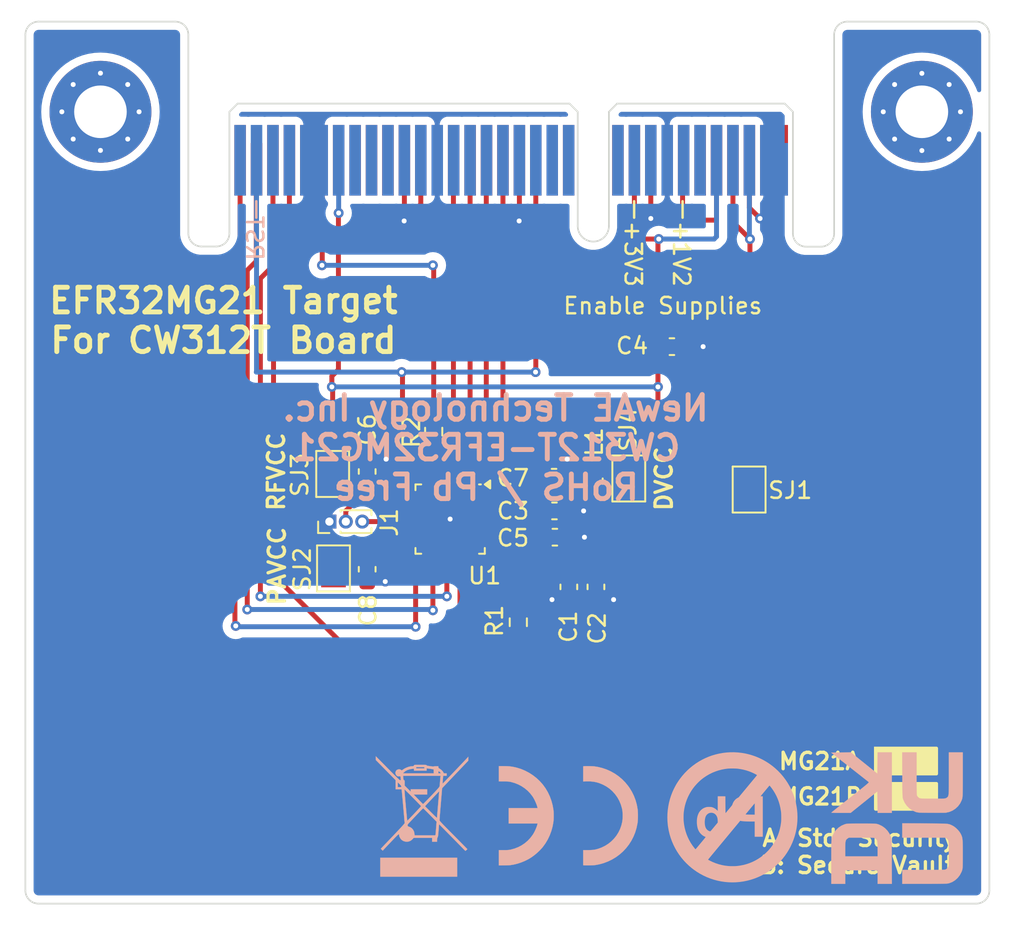
<source format=kicad_pcb>
(kicad_pcb (version 20240108) (generator "pcbnew") (generator_version "8.0")
  (layers (0 "F.Cu" signal) (31 "B.Cu" signal) (34 "B.Paste" user) (35 "F.Paste" user) (36 "B.SilkS" user "B.Silkscreen") (37 "F.SilkS" user "F.Silkscreen") (38 "B.Mask" user) (39 "F.Mask" user) (44 "Edge.Cuts" user))
  (net 0 "")
  (net 1 "GND")
  (net 2 "/SHUNTH")
  (net 3 "Net-(U1-AVDD)")
  (net 4 "+3V3")
  (net 5 "Net-(U1-DVDD)")
  (net 6 "Net-(U1-PAVDD)")
  (net 7 "Net-(U1-RF2G4_IO2)")
  (net 8 "Net-(U1-RF2G4_IO1)")
  (net 9 "/GPIO4")
  (net 12 "/SWDIO")
  (net 14 "/SHUNTL")
  (net 20 "/RST")
  (net 25 "/SWCLK")
  (net 30 "/FILT")
  (net 31 "Net-(P1-CLKOUT)")
  (net 33 "/GPIO2")
  (net 36 "Net-(P1-FILTIN)")
  (net 39 "/TDO")
  (net 45 "/GPIO1")
  (net 49 "/GPIO3")
  (net 53 "/TDI")
  (net 55 "/CLKIN")
  (footprint "Resistor_SMD:R_0603_1608Metric" (layer "F.Cu") (at 133 95.525 90)
    (property "Reference" "R1" (at 0.075 -1.45 90) (layer "F.SilkS"))
    (property "Value" "RES_22R_0603")
    (pad "1" smd roundrect (at -0.825 0 90) (size 0.8 0.95) (layers "F.Cu" "F.Paste" "F.Mask") (net 14 "/SHUNTL"))
    (pad "2" smd roundrect (at 0.825 0 90) (size 0.8 0.95) (layers "F.Cu" "F.Paste" "F.Mask") (net 2 "/SHUNTH"))
  )
  (footprint "Silkscrren_Symbols:UKCA-Logo_8x8mm_SilkScreen" (layer "F.Cu") (at 155.419899 107.450334)
    (property "Reference" "PCB3" (hide yes))
    (property "Value" "UKCA symbol" (hide yes))
  )
  (footprint "Capacitor_SMD:C_0603_1608Metric" (layer "F.Cu") (at 135.200005 88.750003 180)
    (property "Reference" "C3" (at 2.525005 0.000003 0) (layer "F.SilkS"))
    (property "Value" "CAP_100n_10V_0603")
    (pad "1" smd roundrect (at -0.775 0 180) (size 0.9 0.95) (layers "F.Cu" "F.Paste" "F.Mask") (net 1 "GND"))
    (pad "2" smd roundrect (at 0.775 0 180) (size 0.9 0.95) (layers "F.Cu" "F.Paste" "F.Mask") (net 3 "Net-(U1-AVDD)"))
  )
  (footprint "Capacitor_SMD:C_0603_1608Metric" (layer "F.Cu") (at 135.175002 86.7 180)
    (property "Reference" "C7" (at 2.500002 -0.05 0) (layer "F.SilkS"))
    (property "Value" "CAP_100n_10V_0603")
    (pad "1" smd roundrect (at -0.775 0 180) (size 0.9 0.95) (layers "F.Cu" "F.Paste" "F.Mask") (net 1 "GND"))
    (pad "2" smd roundrect (at 0.775 0 180) (size 0.9 0.95) (layers "F.Cu" "F.Paste" "F.Mask") (net 4 "+3V3"))
  )
  (footprint "Jumper:SolderJumper-2_P1.3mm_Bridged2Bar_Pad1.0x1.5mm" (layer "F.Cu") (at 121.75 92.25 -90)
    (property "Reference" "SJ2" (at 0.05 1.9 90) (layer "F.SilkS"))
    (property "Value" "~")
    (fp_poly (pts (xy -0.25 0.2) (xy 0.25 0.2) (xy 0.25 0.6) (xy -0.25 0.6)) (fill solid) (layer "F.Cu"))
    (fp_poly (pts (xy -0.25 -0.6) (xy 0.25 -0.6) (xy 0.25 -0.2) (xy -0.25 -0.2)) (fill solid) (layer "F.Cu"))
    (pad "1" smd rect (at -0.649999 0 270) (size 1 1.5) (layers "F.Cu" "F.Mask") (net 6 "Net-(U1-PAVDD)"))
    (pad "2" smd rect (at 0.649999 0 270) (size 1 1.5) (layers "F.Cu" "F.Mask") (net 4 "+3V3"))
  )
  (footprint "Capacitor_SMD:C_0603_1608Metric" (layer "F.Cu") (at 123.8 86.35 -90)
    (property "Reference" "C6" (at -2.55 0 90) (layer "F.SilkS"))
    (property "Value" "CAP_100n_10V_0603")
    (pad "1" smd roundrect (at -0.775 0 270) (size 0.9 0.95) (layers "F.Cu" "F.Paste" "F.Mask") (net 1 "GND"))
    (pad "2" smd roundrect (at 0.775 0 270) (size 0.9 0.95) (layers "F.Cu" "F.Paste" "F.Mask") (net 1 "GND"))
  )
  (footprint "Capacitor_SMD:C_0603_1608Metric" (layer "F.Cu") (at 123.8 92.3 90)
    (property "Reference" "C8" (at -2.5 0.05 90) (layer "F.SilkS"))
    (property "Value" "CAP_100n_10V_0603")
    (pad "1" smd roundrect (at -0.775 0 90) (size 0.9 0.95) (layers "F.Cu" "F.Paste" "F.Mask") (net 1 "GND"))
    (pad "2" smd roundrect (at 0.775 0 90) (size 0.9 0.95) (layers "F.Cu" "F.Paste" "F.Mask") (net 6 "Net-(U1-PAVDD)"))
  )
  (footprint "Silkscrren_Symbols:WEEE-Logo_5.6x8mm_SilkScreen" (layer "F.Cu") (at 126.059054 107.002245)
    (property "Reference" "PCB4" (hide yes))
    (property "Value" "WEEE SYMBOL" (hide yes))
  )
  (footprint "Connector_PinHeader_1.00mm:PinHeader_1x03_P1.00mm_Vertical" (layer "F.Cu") (at 121.499999 89.4 90)
    (property "Reference" "J1" (at -0.05 3.650001 90) (layer "F.SilkS"))
    (property "Value" "1x3 straight header pins")
    (pad "1" thru_hole rect (at 0 0 90) (size 0.85 0.85) (drill 0.5) (layers "*.Cu" "*.Mask") (net 1 "GND"))
    (pad "2" thru_hole oval (at 0 1 90) (size 0.85 0.85) (drill 0.5) (layers "*.Cu" "*.Mask") (net 7 "Net-(U1-RF2G4_IO2)"))
    (pad "3" thru_hole oval (at 0 2.000001 90) (size 0.85 0.85) (drill 0.5) (layers "*.Cu" "*.Mask") (net 8 "Net-(U1-RF2G4_IO1)"))
  )
  (footprint "Jumper:SolderJumper-2_P1.3mm_Bridged2Bar_Pad1.0x1.5mm" (layer "F.Cu") (at 147.05 87.450001 -90)
    (property "Reference" "SJ1" (at 0.049999 -2.5 0) (layer "F.SilkS"))
    (property "Value" "~")
    (fp_poly (pts (xy -0.25 0.2) (xy 0.25 0.2) (xy 0.25 0.6) (xy -0.25 0.6)) (fill solid) (layer "F.Cu"))
    (fp_poly (pts (xy -0.25 -0.6) (xy 0.25 -0.6) (xy 0.25 -0.2) (xy -0.25 -0.2)) (fill solid) (layer "F.Cu"))
    (pad "1" smd rect (at -0.649999 0 270) (size 1 1.5) (layers "F.Cu" "F.Mask") (net 30 "/FILT"))
    (pad "2" smd rect (at 0.649999 0 270) (size 1 1.5) (layers "F.Cu" "F.Mask") (net 2 "/SHUNTH"))
  )
  (footprint "Package_DFN_QFN:QFN-32-1EP_4x4mm_P0.4mm_EP2.9x2.9mm" (layer "F.Cu") (at 128.85 89.24636 -90)
    (property "Reference" "U1" (at 3.45364 -2.1 0) (layer "F.SilkS"))
    (property "Value" "EFR32MG21A020F1024IM32-BR")
    (pad "1" smd roundrect (at -2 -1.4 270) (size 0.7 0.2) (layers "F.Cu" "F.Paste" "F.Mask") (net 45 "/GPIO1"))
    (pad "2" smd roundrect (at -2 -1 270) (size 0.7 0.2) (layers "F.Cu" "F.Paste" "F.Mask") (net 33 "/GPIO2"))
    (pad "3" smd roundrect (at -2 -0.600001 270) (size 0.7 0.2) (layers "F.Cu" "F.Paste" "F.Mask") (net 49 "/GPIO3"))
    (pad "4" smd roundrect (at -2 -0.2 270) (size 0.7 0.2) (layers "F.Cu" "F.Paste" "F.Mask") (net 9 "/GPIO4"))
    (pad "5" smd roundrect (at -2 0.2 270) (size 0.7 0.2) (layers "F.Cu" "F.Paste" "F.Mask"))
    (pad "6" smd roundrect (at -2 0.600001 270) (size 0.7 0.2) (layers "F.Cu" "F.Paste" "F.Mask"))
    (pad "7" smd roundrect (at -2 1 270) (size 0.7 0.2) (layers "F.Cu" "F.Paste" "F.Mask") (net 55 "/CLKIN"))
    (pad "8" smd roundrect (at -2 1.4 270) (size 0.7 0.2) (layers "F.Cu" "F.Paste" "F.Mask"))
    (pad "9" smd roundrect (at -1.4 2 270) (size 0.2 0.7) (layers "F.Cu" "F.Paste" "F.Mask") (net 20 "/RST"))
    (pad "10" smd roundrect (at -1 2 270) (size 0.2 0.7) (layers "F.Cu" "F.Paste" "F.Mask") (net 1 "GND"))
    (pad "11" smd roundrect (at -0.600001 2 270) (size 0.2 0.7) (layers "F.Cu" "F.Paste" "F.Mask") (net 1 "GND"))
    (pad "12" smd roundrect (at -0.2 2 270) (size 0.2 0.7) (layers "F.Cu" "F.Paste" "F.Mask") (net 7 "Net-(U1-RF2G4_IO2)"))
    (pad "13" smd roundrect (at 0.2 2 270) (size 0.2 0.7) (layers "F.Cu" "F.Paste" "F.Mask") (net 8 "Net-(U1-RF2G4_IO1)"))
    (pad "14" smd roundrect (at 0.600001 2 270) (size 0.2 0.7) (layers "F.Cu" "F.Paste" "F.Mask") (net 6 "Net-(U1-PAVDD)"))
    (pad "15" smd roundrect (at 1 2 270) (size 0.2 0.7) (layers "F.Cu" "F.Paste" "F.Mask"))
    (pad "16" smd roundrect (at 1.4 2 270) (size 0.2 0.7) (layers "F.Cu" "F.Paste" "F.Mask"))
    (pad "17" smd roundrect (at 2 1.4 270) (size 0.7 0.2) (layers "F.Cu" "F.Paste" "F.Mask"))
    (pad "18" smd roundrect (at 2 1 270) (size 0.7 0.2) (layers "F.Cu" "F.Paste" "F.Mask") (net 25 "/SWCLK"))
    (pad "19" smd roundrect (at 2 0.600001 270) (size 0.7 0.2) (layers "F.Cu" "F.Paste" "F.Mask") (net 12 "/SWDIO"))
    (pad "20" smd roundrect (at 2 0.2 270) (size 0.7 0.2) (layers "F.Cu" "F.Paste" "F.Mask") (net 39 "/TDO"))
    (pad "21" smd roundrect (at 2 -0.2 270) (size 0.7 0.2) (layers "F.Cu" "F.Paste" "F.Mask") (net 53 "/TDI"))
    (pad "22" smd roundrect (at 2 -0.600001 270) (size 0.7 0.2) (layers "F.Cu" "F.Paste" "F.Mask"))
    (pad "23" smd roundrect (at 2 -1 270) (size 0.7 0.2) (layers "F.Cu" "F.Paste" "F.Mask"))
    (pad "24" smd roundrect (at 2 -1.4 270) (size 0.7 0.2) (layers "F.Cu" "F.Paste" "F.Mask") (net 14 "/SHUNTL"))
    (pad "25" smd roundrect (at 1.4 -2 270) (size 0.2 0.7) (layers "F.Cu" "F.Paste" "F.Mask") (net 5 "Net-(U1-DVDD)"))
    (pad "26" smd roundrect (at 1 -2 270) (size 0.2 0.7) (layers "F.Cu" "F.Paste" "F.Mask") (net 3 "Net-(U1-AVDD)"))
    (pad "27" smd roundrect (at 0.600001 -2 270) (size 0.2 0.7) (layers "F.Cu" "F.Paste" "F.Mask") (net 4 "+3V3"))
    (pad "28" smd roundrect (at 0.2 -2 270) (size 0.2 0.7) (layers "F.Cu" "F.Paste" "F.Mask"))
    (pad "29" smd roundrect (at -0.2 -2 270) (size 0.2 0.7) (layers "F.Cu" "F.Paste" "F.Mask"))
    (pad "30" smd roundrect (at -0.600001 -2 270) (size 0.2 0.7) (layers "F.Cu" "F.Paste" "F.Mask"))
    (pad "31" smd roundrect (at -1 -2 270) (size 0.2 0.7) (layers "F.Cu" "F.Paste" "F.Mask"))
    (pad "32" smd roundrect (at -1.4 -2 270) (size 0.2 0.7) (layers "F.Cu" "F.Paste" "F.Mask"))
    (pad "33" smd rect (at 0 0 270) (size 2.9 2.9) (property pad_prop_heatsink) (layers "F.Cu" "F.Mask") (net 1 "GND"))
  )
  (footprint "Jumper:SolderJumper-2_P1.3mm_Bridged2Bar_Pad1.0x1.5mm" (layer "F.Cu") (at 121.7 86.500001 90)
    (property "Reference" "SJ3" (at -0.049999 -2 90) (layer "F.SilkS"))
    (property "Value" "~")
    (fp_poly (pts (xy -0.25 -0.6) (xy 0.25 -0.6) (xy 0.25 -0.2) (xy -0.25 -0.2)) (fill solid) (layer "F.Cu"))
    (fp_poly (pts (xy -0.25 0.2) (xy 0.25 0.2) (xy 0.25 0.6) (xy -0.25 0.6)) (fill solid) (layer "F.Cu"))
    (pad "1" smd rect (at -0.649999 0 90) (size 1 1.5) (layers "F.Cu" "F.Mask") (net 1 "GND"))
    (pad "2" smd rect (at 0.649999 0 90) (size 1 1.5) (layers "F.Cu" "F.Mask") (net 4 "+3V3"))
  )
  (footprint "Capacitor_SMD:C_0603_1608Metric" (layer "F.Cu") (at 136.075 93.375 90)
    (property "Reference" "C1" (at -2.425 -0.025 90) (layer "F.SilkS"))
    (property "Value" "CAP_100n_10V_0603")
    (pad "1" smd roundrect (at -0.775 0 90) (size 0.9 0.95) (layers "F.Cu" "F.Paste" "F.Mask") (net 1 "GND"))
    (pad "2" smd roundrect (at 0.775 0 90) (size 0.9 0.95) (layers "F.Cu" "F.Paste" "F.Mask") (net 2 "/SHUNTH"))
  )
  (footprint "Inductor_SMD:L_0603_1608Metric" (layer "F.Cu") (at 137.625 86.937501 -90)
    (property "Reference" "L1" (at -2.387501 0 90) (layer "F.SilkS"))
    (property "Value" "IND_1K_0603")
    (pad "1" smd roundrect (at -0.787501 0 270) (size 0.875 0.95) (layers "F.Cu" "F.Paste" "F.Mask") (net 4 "+3V3"))
    (pad "2" smd roundrect (at 0.787501 0 270) (size 0.875 0.95) (layers "F.Cu" "F.Paste" "F.Mask") (net 3 "Net-(U1-AVDD)"))
  )
  (footprint "Jumper:SolderJumper-2_P1.3mm_Bridged2Bar_Pad1.0x1.5mm" (layer "F.Cu") (at 139.725 86.775003 90)
    (property "Reference" "SJ4" (at 2.975003 -0.05 90) (layer "F.SilkS"))
    (property "Value" "~")
    (fp_poly (pts (xy -0.25 -0.6) (xy 0.25 -0.6) (xy 0.25 -0.2) (xy -0.25 -0.2)) (fill solid) (layer "F.Cu"))
    (fp_poly (pts (xy -0.25 0.2) (xy 0.25 0.2) (xy 0.25 0.6) (xy -0.25 0.6)) (fill solid) (layer "F.Cu"))
    (pad "1" smd rect (at -0.649999 0 90) (size 1 1.5) (layers "F.Cu" "F.Mask") (net 5 "Net-(U1-DVDD)"))
    (pad "2" smd rect (at 0.649999 0 90) (size 1 1.5) (layers "F.Cu" "F.Mask") (net 4 "+3V3"))
  )
  (footprint "Silkscrren_Symbols:CE-Logo_8.5x6mm_SilkScreen" (layer "F.Cu") (at 136.05 107.3)
    (property "Reference" "PCB1" (hide yes))
    (property "Value" "CE Symbol" (hide yes))
  )
  (footprint "Capacitor_SMD:C_0603_1608Metric" (layer "F.Cu") (at 142.35 78.75 180)
    (property "Reference" "C4" (at 2.425 0.05 0) (layer "F.SilkS"))
    (property "Value" "CAP_2u2_10V_0603")
    (pad "1" smd roundrect (at -0.775 0 180) (size 0.9 0.95) (layers "F.Cu" "F.Paste" "F.Mask") (net 1 "GND"))
    (pad "2" smd roundrect (at 0.775 0 180) (size 0.9 0.95) (layers "F.Cu" "F.Paste" "F.Mask") (net 4 "+3V3"))
  )
  (footprint "Silkscrren_Symbols:Pb_Free_8.0x8.0mm_SilkScreen" (layer "F.Cu") (at 145.3 107.4)
    (property "Reference" "PCB2" (hide yes))
    (property "Value" "Pb_Free Symbol" (hide yes))
  )
  (footprint "Capacitor_SMD:C_0603_1608Metric" (layer "F.Cu") (at 135.225 90.35 180)
    (property "Reference" "C5" (at 2.55 -0.05 0) (layer "F.SilkS"))
    (property "Value" "CAP_100n_10V_0603")
    (pad "1" smd roundrect (at -0.775 0 180) (size 0.9 0.95) (layers "F.Cu" "F.Paste" "F.Mask") (net 1 "GND"))
    (pad "2" smd roundrect (at 0.775 0 180) (size 0.9 0.95) (layers "F.Cu" "F.Paste" "F.Mask") (net 5 "Net-(U1-DVDD)"))
  )
  (footprint "tutorial_2_library:CW312_Template" (layer "F.Cu") (at 107.565 64.455)
    (property "Reference" "P1" (hide yes))
    (property "Value" "PCIEx4 EDGE CONNECTOR")
    (fp_line (start -4.57 -4.69) (end -4.57 47.4) (stroke (width 0.1)) (layer "Edge.Cuts"))
    (fp_line (start 4.55 -5.49) (end -3.77 -5.49) (stroke (width 0.1)) (layer "Edge.Cuts"))
    (fp_line (start 5.35 7.4) (end 5.35 -4.69) (stroke (width 0.1)) (layer "Edge.Cuts"))
    (fp_line (start 7.05 8.2) (end 6.15 8.2) (stroke (width 0.1)) (layer "Edge.Cuts"))
    (fp_line (start 7.85 0) (end 8.35 -0.5) (stroke (width 0.1)) (layer "Edge.Cuts"))
    (fp_line (start 7.85 7.4) (end 7.85 0) (stroke (width 0.1)) (layer "Edge.Cuts"))
    (fp_line (start 28.55 -0.5) (end 8.35 -0.5) (stroke (width 0.1)) (layer "Edge.Cuts"))
    (fp_line (start 29.05 0) (end 28.55 -0.5) (stroke (width 0.1)) (layer "Edge.Cuts"))
    (fp_line (start 29.05 6.95) (end 29.05 0) (stroke (width 0.1)) (layer "Edge.Cuts"))
    (fp_line (start 30.95 0) (end 31.45 -0.5) (stroke (width 0.1)) (layer "Edge.Cuts"))
    (fp_line (start 30.95 6.95) (end 30.95 0) (stroke (width 0.1)) (layer "Edge.Cuts"))
    (fp_line (start 41.65 -0.5) (end 31.45 -0.5) (stroke (width 0.1)) (layer "Edge.Cuts"))
    (fp_line (start 42.15 0) (end 41.65 -0.5) (stroke (width 0.1)) (layer "Edge.Cuts"))
    (fp_line (start 42.15 7.41) (end 42.15 0) (stroke (width 0.1)) (layer "Edge.Cuts"))
    (fp_line (start 42.95 8.21) (end 43.86 8.21) (stroke (width 0.1)) (layer "Edge.Cuts"))
    (fp_line (start 44.66 7.41) (end 44.66 -4.69) (stroke (width 0.1)) (layer "Edge.Cuts"))
    (fp_line (start 45.46 -5.49) (end 53.31 -5.49) (stroke (width 0.1)) (layer "Edge.Cuts"))
    (fp_line (start 53.31 48.2) (end -3.77 48.2) (stroke (width 0.1)) (layer "Edge.Cuts"))
    (fp_line (start 54.11 -4.69) (end 54.11 47.4) (stroke (width 0.1)) (layer "Edge.Cuts"))
    (fp_arc (start -4.57 -4.69) (mid -4.335685 -5.255685) (end -3.77 -5.49) (stroke (width 0.1)) (layer "Edge.Cuts"))
    (fp_arc (start -3.77 48.2) (mid -4.335685 47.965685) (end -4.57 47.4) (stroke (width 0.1)) (layer "Edge.Cuts"))
    (fp_arc (start 4.55 -5.49) (mid 5.115685 -5.255685) (end 5.35 -4.69) (stroke (width 0.1)) (layer "Edge.Cuts"))
    (fp_arc (start 6.15 8.2) (mid 5.584315 7.965685) (end 5.35 7.4) (stroke (width 0.1)) (layer "Edge.Cuts"))
    (fp_arc (start 7.85 7.4) (mid 7.615685 7.965685) (end 7.05 8.2) (stroke (width 0.1)) (layer "Edge.Cuts"))
    (fp_arc (start 30.95 6.95) (mid 30 7.9) (end 29.05 6.95) (stroke (width 0.1)) (layer "Edge.Cuts"))
    (fp_arc (start 42.95 8.21) (mid 42.384315 7.975685) (end 42.15 7.41) (stroke (width 0.1)) (layer "Edge.Cuts"))
    (fp_arc (start 44.66 -4.69) (mid 44.894315 -5.255685) (end 45.46 -5.49) (stroke (width 0.1)) (layer "Edge.Cuts"))
    (fp_arc (start 44.66 7.41) (mid 44.425685 7.975685) (end 43.86 8.21) (stroke (width 0.1)) (layer "Edge.Cuts"))
    (fp_arc (start 53.31 -5.49) (mid 53.875685 -5.255685) (end 54.11 -4.69) (stroke (width 0.1)) (layer "Edge.Cuts"))
    (fp_arc (start 54.11 47.4) (mid 53.875685 47.965685) (end 53.31 48.2) (stroke (width 0.1)) (layer "Edge.Cuts"))
    (pad "A1" connect rect (at 41.5 3.5 180) (size 0.7 3.2) (layers "B.Cu" "B.Mask") (net 1 "GND"))
    (pad "A2" connect rect (at 40.5 2.95 180) (size 0.7 4.3) (layers "B.Cu" "B.Mask") (net 1 "GND"))
    (pad "A3" connect rect (at 39.5 2.95 180) (size 0.7 4.3) (layers "B.Cu" "B.Mask") (net 30 "/FILT"))
    (pad "A4" connect rect (at 38.5 2.95 180) (size 0.7 4.3) (layers "B.Cu" "B.Mask"))
    (pad "A5" connect rect (at 37.5 2.95 180) (size 0.7 4.3) (layers "B.Cu" "B.Mask") (net 4 "+3V3"))
    (pad "A6" connect rect (at 36.5 2.95 180) (size 0.7 4.3) (layers "B.Cu" "B.Mask"))
    (pad "A7" connect rect (at 35.5 2.95 180) (size 0.7 4.3) (layers "B.Cu" "B.Mask"))
    (pad "A8" connect rect (at 34.5 2.95 180) (size 0.7 4.3) (layers "B.Cu" "B.Mask") (net 1 "GND"))
    (pad "A9" connect rect (at 33.5 2.95 180) (size 0.7 4.3) (layers "B.Cu" "B.Mask"))
    (pad "A10" connect rect (at 32.5 2.95 180) (size 0.7 4.3) (layers "B.Cu" "B.Mask"))
    (pad "A11" connect rect (at 31.5 2.95 180) (size 0.7 4.3) (layers "B.Cu" "B.Mask"))
    (pad "A12" connect rect (at 28.5 2.95 180) (size 0.7 4.3) (layers "B.Cu" "B.Mask"))
    (pad "A13" connect rect (at 27.5 2.95 180) (size 0.7 4.3) (layers "B.Cu" "B.Mask"))
    (pad "A14" connect rect (at 26.5 2.95 180) (size 0.7 4.3) (layers "B.Cu" "B.Mask"))
    (pad "A15" connect rect (at 25.5 2.95 180) (size 0.7 4.3) (layers "B.Cu" "B.Mask"))
    (pad "A16" connect rect (at 24.5 2.95 180) (size 0.7 4.3) (layers "B.Cu" "B.Mask"))
    (pad "A17" connect rect (at 23.5 2.95 180) (size 0.7 4.3) (layers "B.Cu" "B.Mask"))
    (pad "A18" connect rect (at 22.5 2.95 180) (size 0.7 4.3) (layers "B.Cu" "B.Mask"))
    (pad "A19" connect rect (at 21.5 2.95 180) (size 0.7 4.3) (layers "B.Cu" "B.Mask"))
    (pad "A20" connect rect (at 20.5 2.95 180) (size 0.7 4.3) (layers "B.Cu" "B.Mask") (net 1 "GND"))
    (pad "A21" connect rect (at 19.5 2.95 180) (size 0.7 4.3) (layers "B.Cu" "B.Mask"))
    (pad "A22" connect rect (at 18.5 2.95 180) (size 0.7 4.3) (layers "B.Cu" "B.Mask"))
    (pad "A23" connect rect (at 17.5 2.95 180) (size 0.7 4.3) (layers "B.Cu" "B.Mask"))
    (pad "A24" connect rect (at 16.5 2.95 180) (size 0.7 4.3) (layers "B.Cu" "B.Mask"))
    (pad "A25" connect rect (at 15.5 2.95 180) (size 0.7 4.3) (layers "B.Cu" "B.Mask"))
    (pad "A26" connect rect (at 14.5 2.95 180) (size 0.7 4.3) (layers "B.Cu" "B.Mask") (net 4 "+3V3"))
    (pad "A27" connect rect (at 13.5 2.95 180) (size 0.7 4.3) (layers "B.Cu" "B.Mask") (net 1 "GND"))
    (pad "A28" connect rect (at 12.5 2.95 180) (size 0.7 4.3) (layers "B.Cu" "B.Mask") (net 1 "GND"))
    (pad "A29" connect rect (at 11.5 2.95 180) (size 0.7 4.3) (layers "B.Cu" "B.Mask"))
    (pad "A30" connect rect (at 10.5 2.95 180) (size 0.7 4.3) (layers "B.Cu" "B.Mask"))
    (pad "A31" connect rect (at 9.5 2.95 180) (size 0.7 4.3) (layers "B.Cu" "B.Mask") (net 20 "/RST"))
    (pad "A32" connect rect (at 8.5 2.95 180) (size 0.7 4.3) (layers "B.Cu" "B.Mask"))
    (pad "B1" connect rect (at 41.5 2.95 180) (size 0.7 4.3) (layers "F.Cu" "F.Mask") (net 14 "/SHUNTL"))
    (pad "B2" connect rect (at 40.5 2.95 180) (size 0.7 4.3) (layers "F.Cu" "F.Mask") (net 2 "/SHUNTH"))
    (pad "B3" connect rect (at 39.5 2.95 180) (size 0.7 4.3) (layers "F.Cu" "F.Mask") (net 1 "GND"))
    (pad "B4" connect rect (at 38.5 2.95 180) (size 0.7 4.3) (layers "F.Cu" "F.Mask") (net 30 "/FILT"))
    (pad "B5" connect rect (at 37.5 2.95 180) (size 0.7 4.3) (layers "F.Cu" "F.Mask") (net 36 "Net-(P1-FILTIN)"))
    (pad "B6" connect rect (at 36.5 2.95 180) (size 0.7 4.3) (layers "F.Cu" "F.Mask"))
    (pad "B7" connect rect (at 35.5 2.95 180) (size 0.7 4.3) (layers "F.Cu" "F.Mask") (net 36 "Net-(P1-FILTIN)"))
    (pad "B8" connect rect (at 34.5 2.95 180) (size 0.7 4.3) (layers "F.Cu" "F.Mask"))
    (pad "B9" connect rect (at 33.5 2.95 180) (size 0.7 4.3) (layers "F.Cu" "F.Mask") (net 1 "GND"))
    (pad "B10" connect rect (at 32.5 2.95 180) (size 0.7 4.3) (layers "F.Cu" "F.Mask") (net 4 "+3V3"))
    (pad "B11" connect rect (at 31.5 2.95 180) (size 0.7 4.3) (layers "F.Cu" "F.Mask"))
    (pad "B12" connect rect (at 28.5 2.95 180) (size 0.7 4.3) (layers "F.Cu" "F.Mask"))
    (pad "B13" connect rect (at 27.5 2.95 180) (size 0.7 4.3) (layers "F.Cu" "F.Mask"))
    (pad "B14" connect rect (at 26.5 2.95 180) (size 0.7 4.3) (layers "F.Cu" "F.Mask") (net 20 "/RST"))
    (pad "B15" connect rect (at 25.5 2.95 180) (size 0.7 4.3) (layers "F.Cu" "F.Mask") (net 1 "GND"))
    (pad "B16" connect rect (at 24.5 2.95 180) (size 0.7 4.3) (layers "F.Cu" "F.Mask") (net 45 "/GPIO1"))
    (pad "B17" connect rect (at 23.5 2.95 180) (size 0.7 4.3) (layers "F.Cu" "F.Mask") (net 33 "/GPIO2"))
    (pad "B18" connect rect (at 22.5 2.95 180) (size 0.7 4.3) (layers "F.Cu" "F.Mask") (net 49 "/GPIO3"))
    (pad "B19" connect rect (at 21.5 2.95 180) (size 0.7 4.3) (layers "F.Cu" "F.Mask") (net 9 "/GPIO4"))
    (pad "B20" connect rect (at 20.5 2.95 180) (size 0.7 4.3) (layers "F.Cu" "F.Mask"))
    (pad "B21" connect rect (at 19.5 2.95 180) (size 0.7 4.3) (layers "F.Cu" "F.Mask") (net 1 "GND"))
    (pad "B22" connect rect (at 18.5 2.95 180) (size 0.7 4.3) (layers "F.Cu" "F.Mask") (net 1 "GND"))
    (pad "B23" connect rect (at 17.5 2.95 180) (size 0.7 4.3) (layers "F.Cu" "F.Mask"))
    (pad "B24" connect rect (at 16.5 2.95 180) (size 0.7 4.3) (layers "F.Cu" "F.Mask"))
    (pad "B25" connect rect (at 15.5 2.95 180) (size 0.7 4.3) (layers "F.Cu" "F.Mask"))
    (pad "B26" connect rect (at 14.5 2.95 180) (size 0.7 4.3) (layers "F.Cu" "F.Mask"))
    (pad "B27" connect rect (at 13.5 2.95 180) (size 0.7 4.3) (layers "F.Cu" "F.Mask") (net 31 "Net-(P1-CLKOUT)"))
    (pad "B28" connect rect (at 12.5 2.95 180) (size 0.7 4.3) (layers "F.Cu" "F.Mask"))
    (pad "B29" connect rect (at 11.5 2.95 180) (size 0.7 4.3) (layers "F.Cu" "F.Mask") (net 53 "/TDI"))
    (pad "B30" connect rect (at 10.5 2.95 180) (size 0.7 4.3) (layers "F.Cu" "F.Mask") (net 39 "/TDO"))
    (pad "B31" connect rect (at 9.5 3.5 180) (size 0.7 3.2) (layers "F.Cu" "F.Mask") (net 12 "/SWDIO"))
    (pad "B32" connect rect (at 8.5 2.95 180) (size 0.7 4.3) (layers "F.Cu" "F.Mask") (net 25 "/SWCLK"))
    (pad "MH" thru_hole circle (at -2.35 0) (size 1 1) (drill 0.3) (layers "*.Cu" "*.Mask"))
    (pad "MH" thru_hole circle (at -1.66 -1.66) (size 1 1) (drill 0.3) (layers "*.Cu" "*.Mask"))
    (pad "MH" thru_hole circle (at -1.66 1.66) (size 1 1) (drill 0.3) (layers "*.Cu" "*.Mask"))
    (pad "MH" thru_hole circle (at 0 -2.35) (size 1 1) (drill 0.3) (layers "*.Cu" "*.Mask"))
    (pad "MH" thru_hole circle (at 0 0) (size 6.2 6.2) (drill 3.2) (layers "*.Cu" "*.Mask"))
    (pad "MH" thru_hole circle (at 0 2.35) (size 1 1) (drill 0.3) (layers "*.Cu" "*.Mask"))
    (pad "MH" thru_hole circle (at 1.66 -1.66) (size 1 1) (drill 0.3) (layers "*.Cu" "*.Mask"))
    (pad "MH" thru_hole circle (at 1.66 1.66) (size 1 1) (drill 0.3) (layers "*.Cu" "*.Mask"))
    (pad "MH" thru_hole circle (at 2.35 0) (size 1 1) (drill 0.3) (layers "*.Cu" "*.Mask"))
    (pad "MH" thru_hole circle (at 47.65 0) (size 1 1) (drill 0.3) (layers "*.Cu" "*.Mask"))
    (pad "MH" thru_hole circle (at 48.34 -1.66) (size 1 1) (drill 0.3) (layers "*.Cu" "*.Mask"))
    (pad "MH" thru_hole circle (at 48.34 1.66) (size 1 1) (drill 0.3) (layers "*.Cu" "*.Mask"))
    (pad "MH" thru_hole circle (at 50 -2.34) (size 1 1) (drill 0.3) (layers "*.Cu" "*.Mask"))
    (pad "MH" thru_hole circle (at 50 0) (size 6.2 6.2) (drill 3.2) (layers "*.Cu" "*.Mask"))
    (pad "MH" thru_hole circle (at 50 2.36) (size 1 1) (drill 0.3) (layers "*.Cu" "*.Mask"))
    (pad "MH" thru_hole circle (at 51.66 -1.66) (size 1 1) (drill 0.3) (layers "*.Cu" "*.Mask"))
    (pad "MH" thru_hole circle (at 51.66 1.66) (size 1 1) (drill 0.3) (layers "*.Cu" "*.Mask"))
    (pad "MH" thru_hole circle (at 52.35 0) (size 1 1) (drill 0.3) (layers "*.Cu" "*.Mask"))
  )
  (footprint "Capacitor_SMD:C_0603_1608Metric" (layer "F.Cu") (at 137.725 93.375 90)
    (property "Reference" "C2" (at -2.525 0.075 90) (layer "F.SilkS"))
    (property "Value" "CAP_2u2_10V_0603")
    (pad "1" smd roundrect (at -0.775 0 90) (size 0.9 0.95) (layers "F.Cu" "F.Paste" "F.Mask") (net 1 "GND"))
    (pad "2" smd roundrect (at 0.775 0 90) (size 0.9 0.95) (layers "F.Cu" "F.Paste" "F.Mask") (net 2 "/SHUNTH"))
  )
  (footprint "Resistor_SMD:R_0603_1608Metric" (layer "F.Cu") (at 127.85 83.925 -90)
    (property "Reference" "R2" (at 0.025 1.35 90) (layer "F.SilkS"))
    (property "Value" "RES_22R_0603")
    (pad "1" smd roundrect (at -0.825 0 270) (size 0.8 0.95) (layers "F.Cu" "F.Paste" "F.Mask") (net 31 "Net-(P1-CLKOUT)"))
    (pad "2" smd roundrect (at 0.825 0 270) (size 0.8 0.95) (layers "F.Cu" "F.Paste" "F.Mask") (net 55 "/CLKIN"))
  )
  (gr_line (start 117.05 69.9) (end 117.05 70.9) (stroke (width 0.15)) (layer "B.SilkS"))
  (gr_rect (start 154.75 103.2) (end 158.45 104.75) (stroke (width 0.2)) (fill solid) (layer "F.SilkS"))
  (gr_line (start 143 69.9) (end 143 70.9) (stroke (width 0.15)) (layer "F.SilkS"))
  (gr_rect (start 154.75 105.35) (end 158.45 106.9) (stroke (width 0.2)) (fill solid) (layer "F.SilkS"))
  (gr_line (start 140.05 69.9) (end 140.05 70.9) (stroke (width 0.15)) (layer "F.SilkS"))
  (gr_text "NewAE Technology Inc. \nCW312T-EFR32MG21\nRoHS / Pb Free" (at 131.05 88.2 0) (layer "B.SilkS") (effects (font (size 1.5 1.5) (thickness 0.3) (bold yes)) (justify bottom mirror)))
  (gr_text "RST" (at 116.35 73.6 -90) (layer "B.SilkS") (effects (font (size 1 1)) (justify left bottom mirror)))
  (gr_text "B: Secure Vault" (at 147.6 110.9 0) (layer "F.SilkS") (effects (font (size 1 1) (thickness 0.2) (bold yes)) (justify left bottom)))
  (gr_text "MG21A" (at 148.75 104.575 0) (layer "F.SilkS") (effects (font (size 1 1) (thickness 0.2) (bold yes)) (justify left bottom)))
  (gr_text "Enable Supplies" (at 135.65 76.85 0) (layer "F.SilkS") (effects (font (size 1 1)) (justify left bottom)))
  (gr_text "DVCC" (at 142.45 88.85 90) (layer "F.SilkS") (effects (font (size 1 1) (thickness 0.2) (bold yes)) (justify left bottom)))
  (gr_text "EFR32MG21 Target\nFor CW312T Board" (at 115.05 79.25 0) (layer "F.SilkS") (effects (font (size 1.5 1.5) (thickness 0.3) (bold yes)) (justify bottom)))
  (gr_text "PAVCC" (at 118.9 94.6 90) (layer "F.SilkS") (effects (font (size 1 1) (thickness 0.2) (bold yes)) (justify left bottom)))
  (gr_text "MG21B" (at 148.75 106.725 0) (layer "F.SilkS") (effects (font (size 1 1) (thickness 0.2) (bold yes)) (justify left bottom)))
  (gr_text "RFVCC" (at 118.85 88.85 90) (layer "F.SilkS") (effects (font (size 1 1) (thickness 0.2) (bold yes)) (justify left bottom)))
  (gr_text "+3V3" (at 139.4 71 270) (layer "F.SilkS") (effects (font (size 1 1)) (justify left bottom)))
  (gr_text "+1V2" (at 142.35 71 270) (layer "F.SilkS") (effects (font (size 1 1)) (justify left bottom)))
  (gr_text "A: Std. Security" (at 147.75 109.25 0) (layer "F.SilkS") (effects (font (size 1 1) (thickness 0.2) (bold yes)) (justify left bottom)))
  (segment (start 123.8 87.125) (end 122.075 87.125) (width 0.3) (layer "F.Cu") (net 1))
  (segment (start 135.975005 88.750003) (end 136.974997 88.750003) (width 0.3) (layer "F.Cu") (net 1))
  (segment (start 126.065 71.085) (end 126.05 71.1) (width 0.2) (layer "F.Cu") (net 1))
  (segment (start 135.950002 86.7) (end 135.950002 85.624998) (width 0.3) (layer "F.Cu") (net 1))
  (segment (start 125.65 88.3) (end 125.615686 88.3) (width 0.2) (layer "F.Cu") (net 1))
  (segment (start 123.8 85.575) (end 124.925 85.575) (width 0.3) (layer "F.Cu") (net 1))
  (segment (start 147.065 67.405) (end 147.065 70.3) (width 0.3) (layer "F.Cu") (net 1))
  (segment (start 125.962045 88.646359) (end 126.85 88.646359) (width 0.2) (layer "F.Cu") (net 1))
  (segment (start 124.875 93.075) (end 124.9 93.05) (width 0.2) (layer "F.Cu") (net 1))
  (segment (start 147.065 70.3) (end 147.715 70.95) (width 0.3) (layer "F.Cu") (net 1))
  (segment (start 126.85 88.24636) (end 125.669326 88.24636) (width 0.2) (layer "F.Cu") (net 1))
  (segment (start 133.065 67.405) (end 133.065 71.085) (width 0.3) (layer "F.Cu") (net 1))
  (segment (start 123.8 93.075) (end 124.875 93.075) (width 0.3) (layer "F.Cu") (net 1))
  (segment (start 143.15 78.75) (end 144.25 78.75) (width 0.3) (layer "F.Cu") (net 1))
  (segment (start 136 90.35) (end 137.025 90.35) (width 0.3) (layer "F.Cu") (net 1))
  (segment (start 128.249999 88.646359) (end 128.85 89.24636) (width 0.2) (layer "F.Cu") (net 1))
  (segment (start 136.974997 88.750003) (end 136.975 88.75) (width 0.2) (layer "F.Cu") (net 1))
  (segment (start 126.065 67.405) (end 126.065 71.085) (width 0.3) (layer "F.Cu") (net 1))
  (segment (start 135.950002 85.624998) (end 135.975 85.6) (width 0.3) (layer "F.Cu") (net 1))
  (segment (start 126.85 88.646359) (end 128.249999 88.646359) (width 0.2) (layer "F.Cu") (net 1))
  (segment (start 124.440686 87.125) (end 123.8 87.125) (width 0.3) (layer "F.Cu") (net 1))
  (segment (start 136.075 94.15) (end 135.05 94.15) (width 0.3) (layer "F.Cu") (net 1))
  (segment (start 124.925 85.575) (end 124.95 85.6) (width 0.2) (layer "F.Cu") (net 1))
  (segment (start 125.615686 88.3) (end 125.962045 88.646359) (width 0.2) (layer "F.Cu") (net 1))
  (segment (start 127.065 67.405) (end 127.065 70.085) (width 0.3) (layer "F.Cu") (net 1))
  (segment (start 125.615686 88.3) (end 124.440686 87.125) (width 0.3) (layer "F.Cu") (net 1))
  (segment (start 122.075 87.125) (end 121.75 86.8) (width 0.3) (layer "F.Cu") (net 1))
  (segment (start 133.065 71.085) (end 133.05 71.1) (width 0.2) (layer "F.Cu") (net 1))
  (segment (start 141.065 67.405) (end 141.065 70.95) (width 0.3) (layer "F.Cu") (net 1))
  (segment (start 137.725 94.15) (end 138.8 94.15) (width 0.3) (layer "F.Cu") (net 1))
  (segment (start 125.669326 88.24636) (end 125.615686 88.3) (width 0.2) (layer "F.Cu") (net 1))
  (segment (start 127.065 70.085) (end 126.05 71.1) (width 0.3) (layer "F.Cu") (net 1))
  (via (at 147.715 70.95) (size 0.6) (drill 0.3) (layers "F.Cu" "B.Cu") (net 1))
  (via (at 141.065 70.95) (size 0.6) (drill 0.3) (layers "F.Cu" "B.Cu") (net 1))
  (via (at 124.95 85.6) (size 0.6) (drill 0.3) (layers "F.Cu" "B.Cu") (net 1))
  (via (at 133.05 71.1) (size 0.6) (drill 0.3) (layers "F.Cu" "B.Cu") (net 1))
  (via (at 137.025 90.35) (size 0.6) (drill 0.3) (layers "F.Cu" "B.Cu") (net 1))
  (via (at 124.9 93.05) (size 0.6) (drill 0.3) (layers "F.Cu" "B.Cu") (net 1))
  (via (at 135.05 94.15) (size 0.6) (drill 0.3) (layers "F.Cu" "B.Cu") (net 1))
  (via (at 138.8 94.15) (size 0.6) (drill 0.3) (layers "F.Cu" "B.Cu") (net 1))
  (via (at 136.975 88.75) (size 0.6) (drill 0.3) (layers "F.Cu" "B.Cu") (net 1))
  (via (at 126.05 71.1) (size 0.6) (drill 0.3) (layers "F.Cu" "B.Cu") (net 1))
  (via (at 128.85 89.24636) (size 0.6) (drill 0.3) (layers "F.Cu" "B.Cu") (net 1))
  (via (at 135.975 85.6) (size 0.6) (drill 0.3) (layers "F.Cu" "B.Cu") (net 1))
  (via (at 144.25 78.75) (size 0.6) (drill 0.3) (layers "F.Cu" "B.Cu") (net 1))
  (segment (start 147.05 89.55) (end 144 92.6) (width 0.3) (layer "F.Cu") (net 2))
  (segment (start 133.4 95.3) (end 133 94.9) (width 0.2) (layer "F.Cu") (net 2))
  (segment (start 147.05 88.1) (end 147.05 89.55) (width 0.3) (layer "F.Cu") (net 2))
  (segment (start 143.584314 95.3) (end 133.4 95.3) (width 0.2) (layer "F.Cu") (net 2))
  (segment (start 133 94.9) (end 133 94.7) (width 0.2) (layer "F.Cu") (net 2))
  (segment (start 148.35 90.534314) (end 143.584314 95.3) (width 0.2) (layer "F.Cu") (net 2))
  (segment (start 135.975 92.5) (end 136.075 92.6) (width 0.3) (layer "F.Cu") (net 2))
  (segment (start 148.35 70.25) (end 148.35 90.534314) (width 0.2) (layer "F.Cu") (net 2))
  (segment (start 134.375 92.575) (end 136 92.575) (width 0.3) (layer "F.Cu") (net 2))
  (segment (start 147.050002 88.1) (end 147.05 88.1) (width 0.3) (layer "F.Cu") (net 2))
  (segment (start 133 94.7) (end 133 93.95) (width 0.3) (layer "F.Cu") (net 2))
  (segment (start 148.065 69.965) (end 148.35 70.25) (width 0.2) (layer "F.Cu") (net 2))
  (segment (start 144 92.6) (end 137.725 92.6) (width 0.3) (layer "F.Cu") (net 2))
  (segment (start 147.1 88.149998) (end 147.050002 88.1) (width 0.3) (layer "F.Cu") (net 2))
  (segment (start 148.065 67.405) (end 148.065 69.965) (width 0.2) (layer "F.Cu") (net 2))
  (segment (start 133 93.95) (end 134.375 92.575) (width 0.3) (layer "F.Cu") (net 2))
  (segment (start 137.725 92.6) (end 136.075 92.6) (width 0.3) (layer "F.Cu") (net 2))
  (segment (start 132.25 89.6) (end 133.099997 88.750003) (width 0.3) (layer "F.Cu") (net 3))
  (segment (start 134.425005 88.750003) (end 134.425005 88.149995) (width 0.3) (layer "F.Cu") (net 3))
  (segment (start 133.099997 88.750003) (end 134.425005 88.750003) (width 0.3) (layer "F.Cu") (net 3))
  (segment (start 132.25 89.6) (end 131.60364 90.24636) (width 0.2) (layer "F.Cu") (net 3))
  (segment (start 131.60364 90.24636) (end 130.85 90.24636) (width 0.2) (layer "F.Cu") (net 3))
  (segment (start 134.425005 88.149995) (end 134.849998 87.725002) (width 0.3) (layer "F.Cu") (net 3))
  (segment (start 134.849998 87.725002) (end 137.625 87.725002) (width 0.3) (layer "F.Cu") (net 3))
  (segment (start 137.625 84.8) (end 135.525 84.8) (width 0.3) (layer "F.Cu") (net 4))
  (segment (start 121.65 80.55) (end 121.65 81.2) (width 0.3) (layer "F.Cu") (net 4))
  (segment (start 118.75 86.95) (end 119.849998 85.850002) (width 0.3) (layer "F.Cu") (net 4))
  (segment (start 140.624996 86.125004) (end 139.725 86.125004) (width 0.3) (layer "F.Cu") (net 4))
  (segment (start 122.065 70.615) (end 122.05 70.63) (width 0.3) (layer "F.Cu") (net 4))
  (segment (start 141.5 85.25) (end 140.624996 86.125004) (width 0.3) (layer "F.Cu") (net 4))
  (segment (start 140.2 72.2) (end 140.065 72.065) (width 0.3) (layer "F.Cu") (net 4))
  (segment (start 131.9 89.15) (end 131.9 89.24272) (width 0.2) (layer "F.Cu") (net 4))
  (segment (start 134.400002 85.924998) (end 134.400002 86.7) (width 0.3) (layer "F.Cu") (net 4))
  (segment (start 141.55 72.2) (end 140.2 72.2) (width 0.3) (layer "F.Cu") (net 4))
  (segment (start 131.296359 89.846361) (end 130.85 89.846361) (width 0.2) (layer "F.Cu") (net 4))
  (segment (start 141.5 72.25) (end 141.55 72.2) (width 0.3) (layer "F.Cu") (net 4))
  (segment (start 122.05 70.63) (end 122.05 80.15) (width 0.3) (layer "F.Cu") (net 4))
  (segment (start 131.9 88) (end 133.2 86.7) (width 0.3) (layer "F.Cu") (net 4))
  (segment (start 141.5 81.2) (end 141.5 85.25) (width 0.3) (layer "F.Cu") (net 4))
  (segment (start 139.725 86.125004) (end 137.649996 86.125004) (width 0.3) (layer "F.Cu") (net 4))
  (segment (start 121.7 81.25) (end 121.7 85.850002) (width 0.3) (layer "F.Cu") (net 4))
  (segment (start 137.649996 86.125004) (end 137.625 86.15) (width 0.2) (layer "F.Cu") (net 4))
  (segment (start 141.5 81.2) (end 141.5 72.25) (width 0.3) (layer "F.Cu") (net 4))
  (segment (start 120.199999 92.899999) (end 118.75 91.45) (width 0.3) (layer "F.Cu") (net 4))
  (segment (start 122.05 80.15) (end 121.65 80.55) (width 0.3) (layer "F.Cu") (net 4))
  (segment (start 140.065 72.065) (end 140.065 67.405) (width 0.3) (layer "F.Cu") (net 4))
  (segment (start 137.625 86.15) (end 137.625 84.8) (width 0.3) (layer "F.Cu") (net 4))
  (segment (start 118.75 91.45) (end 118.75 86.95) (width 0.3) (layer "F.Cu") (net 4))
  (segment (start 135.525 84.8) (end 134.400002 85.924998) (width 0.3) (layer "F.Cu") (net 4))
  (segment (start 133.2 86.7) (end 134.400002 86.7) (width 0.3) (layer "F.Cu") (net 4))
  (segment (start 119.849998 85.850002) (end 121.7 85.850002) (width 0.3) (layer "F.Cu") (net 4))
  (segment (start 131.9 89.15) (end 131.9 88) (width 0.3) (layer "F.Cu") (net 4))
  (segment (start 121.75 92.899999) (end 120.199999 92.899999) (width 0.3) (layer "F.Cu") (net 4))
  (segment (start 121.65 81.2) (end 121.7 81.25) (width 0.3) (layer "F.Cu") (net 4))
  (segment (start 131.9 89.24272) (end 131.296359 89.846361) (width 0.2) (layer "F.Cu") (net 4))
  (via (at 141.55 72.2) (size 0.6) (drill 0.3) (layers "F.Cu" "B.Cu") (net 4))
  (via (at 121.65 81.2) (size 0.6) (drill 0.3) (layers "F.Cu" "B.Cu") (net 4))
  (via (at 122.065 70.615) (size 0.6) (drill 0.3) (layers "F.Cu" "B.Cu") (net 4))
  (via (at 141.5 81.2) (size 0.6) (drill 0.3) (layers "F.Cu" "B.Cu") (net 4))
  (segment (start 122.065 67.405) (end 122.065 70.615) (width 0.3) (layer "B.Cu") (net 4))
  (segment (start 145.065 72.05) (end 145.065 67.405) (width 0.3) (layer "B.Cu") (net 4))
  (segment (start 144.915 72.2) (end 145.065 72.05) (width 0.3) (layer "B.Cu") (net 4))
  (segment (start 121.65 81.2) (end 141.5 81.2) (width 0.3) (layer "B.Cu") (net 4))
  (segment (start 141.55 72.2) (end 144.915 72.2) (width 0.3) (layer "B.Cu") (net 4))
  (segment (start 137.525 91.45) (end 134.775 91.45) (width 0.3) (layer "F.Cu") (net 5))
  (segment (start 132.40364 90.64636) (end 130.85 90.64636) (width 0.2) (layer "F.Cu") (net 5))
  (segment (start 139.725 89.25) (end 137.525 91.45) (width 0.3) (layer "F.Cu") (net 5))
  (segment (start 132.40364 90.64636) (end 132.7 90.35) (width 0.3) (layer "F.Cu") (net 5))
  (segment (start 139.725 87.425002) (end 139.725 89.25) (width 0.3) (layer "F.Cu") (net 5))
  (segment (start 134.45 90.35) (end 134.4 90.3) (width 0.2) (layer "F.Cu") (net 5))
  (segment (start 134.45 90.35) (end 134.34636 90.24636) (width 0.2) (layer "F.Cu") (net 5))
  (segment (start 134.775 91.45) (end 134.45 91.125) (width 0.3) (layer "F.Cu") (net 5))
  (segment (start 132.7 90.35) (end 134.45 90.35) (width 0.3) (layer "F.Cu") (net 5))
  (segment (start 134.45 91.125) (end 134.45 90.35) (width 0.3) (layer "F.Cu") (net 5))
  (segment (start 126.103639 89.846361) (end 126.85 89.846361) (width 0.2) (layer "F.Cu") (net 6))
  (segment (start 121.825001 91.525) (end 121.75 91.600001) (width 0.3) (layer "F.Cu") (net 6))
  (segment (start 125.975 89.975) (end 126.103639 89.846361) (width 0.2) (layer "F.Cu") (net 6))
  (segment (start 124.425 91.525) (end 123.8 91.525) (width 0.3) (layer "F.Cu") (net 6))
  (segment (start 125.975 89.975) (end 124.425 91.525) (width 0.3) (layer "F.Cu") (net 6))
  (segment (start 123.8 91.525) (end 121.825001 91.525) (width 0.3) (layer "F.Cu") (net 6))
  (segment (start 122.499999 88.74896) (end 122.499999 89.35) (width 0.3) (layer "F.Cu") (net 7))
  (segment (start 125.59636 89.04636) (end 126.85 89.04636) (width 0.2) (layer "F.Cu") (net 7))
  (segment (start 122.998959 88.25) (end 122.499999 88.74896) (width 0.3) (layer "F.Cu") (net 7))
  (segment (start 125.1 88.55) (end 125.59636 89.04636) (width 0.2) (layer "F.Cu") (net 7))
  (segment (start 125.1 88.55) (end 124.8 88.25) (width 0.3) (layer "F.Cu") (net 7))
  (segment (start 124.8 88.25) (end 122.998959 88.25) (width 0.3) (layer "F.Cu") (net 7))
  (segment (start 124.94636 89.44636) (end 125.69636 89.44636) (width 0.2) (layer "F.Cu") (net 8))
  (segment (start 124.9 89.4) (end 124.94636 89.44636) (width 0.2) (layer "F.Cu") (net 8))
  (segment (start 125.70364 89.44636) (end 126.85 89.44636) (width 0.2) (layer "F.Cu") (net 8))
  (segment (start 123.5 89.4) (end 124.9 89.4) (width 0.3) (layer "F.Cu") (net 8))
  (segment (start 123.5 89.35) (end 123.59636 89.44636) (width 0.2) (layer "F.Cu") (net 8))
  (segment (start 129.065 67.405) (end 129.15 67.49) (width 0.2) (layer "F.Cu") (net 9))
  (segment (start 129.05 67.59) (end 129.05 85.65) (width 0.3) (layer "F.Cu") (net 9))
  (segment (start 129.05 87.24636) (end 129.05 85.8) (width 0.2) (layer "F.Cu") (net 9))
  (segment (start 129.15 67.49) (end 129.05 67.59) (width 0.3) (layer "F.Cu") (net 9))
  (segment (start 127.8 92.75) (end 127.8 92.563604) (width 0.2) (layer "F.Cu") (net 12))
  (segment (start 117.05 73.55) (end 117.05 67.97) (width 0.3) (layer "F.Cu") (net 12))
  (segment (start 117.05 67.97) (end 117.065 67.955) (width 0.3) (layer "F.Cu") (net 12))
  (segment (start 128.249999 92.113605) (end 128.249999 91.24636) (width 0.2) (layer "F.Cu") (net 12))
  (segment (start 127.8 92.563604) (end 128.249999 92.113605) (width 0.2) (layer "F.Cu") (net 12))
  (segment (start 116.5 74.1) (end 117.05 73.55) (width 0.3) (layer "F.Cu") (net 12))
  (segment (start 127.8 94.8) (end 127.8 92.75) (width 0.3) (layer "F.Cu") (net 12))
  (segment (start 116.5 94.75) (end 116.5 74.1) (width 0.3) (layer "F.Cu") (net 12))
  (via (at 116.5 94.75) (size 0.6) (drill 0.3) (layers "F.Cu" "B.Cu") (net 12))
  (via (at 127.8 94.8) (size 0.6) (drill 0.3) (layers "F.Cu" "B.Cu") (net 12))
  (segment (start 116.5 94.75) (end 127.75 94.75) (width 0.3) (layer "B.Cu") (net 12))
  (segment (start 127.75 94.75) (end 127.8 94.8) (width 0.3) (layer "B.Cu") (net 12))
  (segment (start 133 96.35) (end 133 96.1) (width 0.2) (layer "F.Cu") (net 14))
  (segment (start 143.75 95.7) (end 148.75 90.7) (width 0.2) (layer "F.Cu") (net 14))
  (segment (start 149.065 69.96) (end 149.065 67.405) (width 0.2) (layer "F.Cu") (net 14))
  (segment (start 133 96.1) (end 133.4 95.7) (width 0.2) (layer "F.Cu") (net 14))
  (segment (start 131.65 97.65) (end 133 97.65) (width 0.3) (layer "F.Cu") (net 14))
  (segment (start 148.75 90.7) (end 148.75 70.275) (width 0.2) (layer "F.Cu") (net 14))
  (segment (start 133 97.65) (end 133 96.35) (width 0.3) (layer "F.Cu") (net 14))
  (segment (start 130.25 91.24636) (end 130.25 92.39636) (width 0.2) (layer "F.Cu") (net 14))
  (segment (start 130.25 92.45) (end 130.25 96.25) (width 0.3) (layer "F.Cu") (net 14))
  (segment (start 148.75 70.275) (end 149.065 69.96) (width 0.2) (layer "F.Cu") (net 14))
  (segment (start 133.4 95.7) (end 143.75 95.7) (width 0.2) (layer "F.Cu") (net 14))
  (segment (start 130.25 96.25) (end 131.65 97.65) (width 0.3) (layer "F.Cu") (net 14))
  (segment (start 125.95 87.75) (end 125.95 80.35) (width 0.3) (layer "F.Cu") (net 20))
  (segment (start 126.85 87.84636) (end 126.04636 87.84636) (width 0.2) (layer "F.Cu") (net 20))
  (segment (start 134.05 80.3) (end 134.065 80.285) (width 0.2) (layer "F.Cu") (net 20))
  (segment (start 126.04636 87.84636) (end 125.95 87.75) (width 0.2) (layer "F.Cu") (net 20))
  (segment (start 125.95 80.35) (end 125.9 80.3) (width 0.2) (layer "F.Cu") (net 20))
  (segment (start 134.065 80.285) (end 134.065 67.405) (width 0.3) (layer "F.Cu") (net 20))
  (via (at 125.9 80.3) (size 0.6) (drill 0.3) (layers "F.Cu" "B.Cu") (net 20))
  (via (at 134.05 80.3) (size 0.6) (drill 0.3) (layers "F.Cu" "B.Cu") (net 20))
  (segment (start 125.9 80.3) (end 134.05 80.3) (width 0.3) (layer "B.Cu") (net 20))
  (segment (start 117.065 80.285) (end 117.05 80.3) (width 0.2) (layer "B.Cu") (net 20))
  (segment (start 117.05 80.3) (end 125.9 80.3) (width 0.3) (layer "B.Cu") (net 20))
  (segment (start 117.065 67.405) (end 117.065 80.285) (width 0.3) (layer "B.Cu") (net 20))
  (segment (start 126.75 95.8) (end 126.75 92.9) (width 0.3) (layer "F.Cu") (net 25))
  (segment (start 115.75 73.5) (end 116.065 73.185) (width 0.3) (layer "F.Cu") (net 25))
  (segment (start 116.065 73.185) (end 116.065 67.405) (width 0.3) (layer "F.Cu") (net 25))
  (segment (start 127.85 91.8) (end 127.85 91.24636) (width 0.2) (layer "F.Cu") (net 25))
  (segment (start 115.8 95.75) (end 115.75 95.7) (width 0.3) (layer "F.Cu") (net 25))
  (segment (start 126.75 92.9) (end 127.85 91.8) (width 0.2) (layer "F.Cu") (net 25))
  (segment (start 115.75 95.7) (end 115.75 73.5) (width 0.3) (layer "F.Cu") (net 25))
  (via (at 126.75 95.8) (size 0.6) (drill 0.3) (layers "F.Cu" "B.Cu") (net 25))
  (via (at 115.8 95.75) (size 0.6) (drill 0.3) (layers "F.Cu" "B.Cu") (net 25))
  (segment (start 126.75 95.8) (end 115.85 95.8) (width 0.3) (layer "B.Cu") (net 25))
  (segment (start 115.85 95.8) (end 115.8 95.75) (width 0.3) (layer "B.Cu") (net 25))
  (segment (start 147.1 72.2) (end 147.1 86.75) (width 0.3) (layer "F.Cu") (net 30))
  (segment (start 146.065 67.405) (end 146.065 71.165) (width 0.3) (layer "F.Cu") (net 30))
  (segment (start 146.065 71.165) (end 147.1 72.2) (width 0.3) (layer "F.Cu") (net 30))
  (via (at 147.1 72.2) (size 0.6) (drill 0.3) (layers "F.Cu" "B.Cu") (net 30))
  (segment (start 147.1 72.2) (end 147.065 72.165) (width 0.3) (layer "B.Cu") (net 30))
  (segment (start 147.065 72.165) (end 147.065 67.405) (width 0.3) (layer "B.Cu") (net 30))
  (segment (start 127.85 73.85) (end 127.85 83.1) (width 0.3) (layer "F.Cu") (net 31))
  (segment (start 121.065 72.065) (end 121.065 73.785) (width 0.3) (layer "F.Cu") (net 31))
  (segment (start 127.8 73.8) (end 127.85 73.85) (width 0.3) (layer "F.Cu") (net 31))
  (segment (start 121.065 73.785) (end 121.05 73.8) (width 0.3) (layer "F.Cu") (net 31))
  (segment (start 121.065 67.405) (end 121.065 72.065) (width 0.3) (layer "F.Cu") (net 31))
  (via (at 127.8 73.8) (size 0.6) (drill 0.3) (layers "F.Cu" "B.Cu") (net 31))
  (via (at 121.05 73.8) (size 0.6) (drill 0.3) (layers "F.Cu" "B.Cu") (net 31))
  (segment (start 121.05 73.8) (end 127.8 73.8) (width 0.3) (layer "B.Cu") (net 31))
  (segment (start 131.05 84.95) (end 131.05 67.42) (width 0.3) (layer "F.Cu") (net 33))
  (segment (start 131.05 67.42) (end 131.065 67.405) (width 0.3) (layer "F.Cu") (net 33))
  (segment (start 129.85 86.15) (end 129.85 87.24636) (width 0.2) (layer "F.Cu") (net 33))
  (segment (start 129.925 86.075) (end 129.85 86.15) (width 0.2) (layer "F.Cu") (net 33))
  (segment (start 129.925 86.075) (end 131.05 84.95) (width 0.3) (layer "F.Cu") (net 33))
  (segment (start 145.065 67.405) (end 145.065 71.05) (width 0.3) (layer "F.Cu") (net 36))
  (segment (start 143 67.47) (end 143.065 67.405) (width 0.2) (layer "F.Cu") (net 36))
  (segment (start 143 71.05) (end 143 67.47) (width 0.3) (layer "F.Cu") (net 36))
  (segment (start 145.065 71.05) (end 143 71.05) (width 0.3) (layer "F.Cu") (net 36))
  (segment (start 117.3 93.95) (end 117.3 74.6) (width 0.3) (layer "F.Cu") (net 39))
  (segment (start 117.3 74.6) (end 118.065 73.835) (width 0.3) (layer "F.Cu") (net 39))
  (segment (start 128.65 93.95) (end 128.65 92.75) (width 0.3) (layer "F.Cu") (net 39))
  (segment (start 128.65 92.75) (end 128.65 91.24636) (width 0.2) (layer "F.Cu") (net 39))
  (segment (start 118.065 73.835) (end 118.065 67.405) (width 0.3) (layer "F.Cu") (net 39))
  (via (at 128.65 93.95) (size 0.6) (drill 0.3) (layers "F.Cu" "B.Cu") (net 39))
  (via (at 117.3 93.95) (size 0.6) (drill 0.3) (layers "F.Cu" "B.Cu") (net 39))
  (segment (start 117.3 93.95) (end 128.65 93.95) (width 0.3) (layer "B.Cu") (net 39))
  (segment (start 132.065 67.405) (end 132.065 84.635) (width 0.3) (layer "F.Cu") (net 45))
  (segment (start 130.25 86.45) (end 130.25 87.24636) (width 0.2) (layer "F.Cu") (net 45))
  (segment (start 132.065 84.635) (end 131.5 85.2) (width 0.3) (layer "F.Cu") (net 45))
  (segment (start 131.5 85.2) (end 130.25 86.45) (width 0.2) (layer "F.Cu") (net 45))
  (segment (start 129.6 85.736396) (end 129.450001 85.886395) (width 0.2) (layer "F.Cu") (net 49))
  (segment (start 130.065 85.085) (end 130.065 67.405) (width 0.3) (layer "F.Cu") (net 49))
  (segment (start 129.6 85.55) (end 129.6 85.736396) (width 0.2) (layer "F.Cu") (net 49))
  (segment (start 129.450001 85.886395) (end 129.450001 87.24636) (width 0.2) (layer "F.Cu") (net 49))
  (segment (start 129.6 85.55) (end 130.065 85.085) (width 0.3) (layer "F.Cu") (net 49))
  (segment (start 119.065 74.085) (end 119.065 67.405) (width 0.3) (layer "F.Cu") (net 53))
  (segment (start 129.05 91.24636) (end 129.05 92.05) (width 0.2) (layer "F.Cu") (net 53))
  (segment (start 129.45 92.45) (end 129.45 94.65) (width 0.3) (layer "F.Cu") (net 53))
  (segment (start 122.45 97) (end 118.1 92.65) (width 0.3) (layer "F.Cu") (net 53))
  (segment (start 118.1 92.65) (end 118.1 75.05) (width 0.3) (layer "F.Cu") (net 53))
  (segment (start 129.45 94.65) (end 127.1 97) (width 0.3) (layer "F.Cu") (net 53))
  (segment (start 118.1 75.05) (end 119.065 74.085) (width 0.3) (layer "F.Cu") (net 53))
  (segment (start 127.1 97) (end 122.45 97) (width 0.3) (layer "F.Cu") (net 53))
  (segment (start 129.05 92.05) (end 129.45 92.45) (width 0.2) (layer "F.Cu") (net 53))
  (segment (start 127.85 87.24636) (end 127.85 86.04636) (width 0.2) (layer "F.Cu") (net 55))
  (segment (start 127.85 84.8) (end 127.85 86.04636) (width 0.3) (layer "F.Cu") (net 55))
  (segment (start 127.9 84.75) (end 127.85 84.8) (width 0.3) (layer "F.Cu") (net 55))
  (zone (net 1) (net_name "GND") (layer "B.Cu") (connect_pads yes (clearance 0.5)) (min_thickness 0.25) (fill yes (thermal_gap 0.5) (thermal_bridge_width 0.5))
    (polygon (pts (xy 101.45 57.65) (xy 163.8 57.65) (xy 163.8 114.95) (xy 101.45 114.95)))
  )
)
</source>
